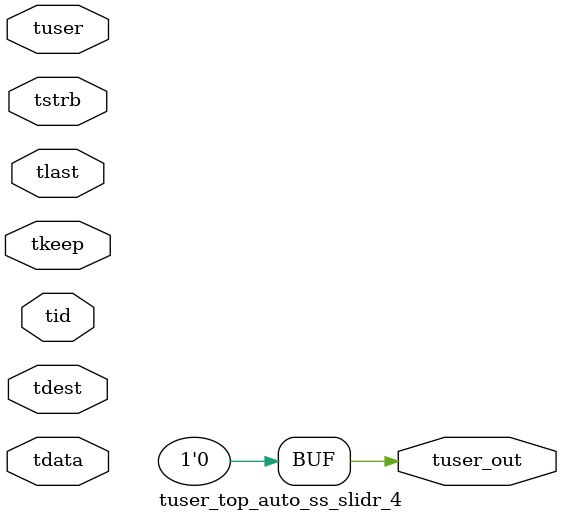
<source format=v>


`timescale 1ps/1ps

module tuser_top_auto_ss_slidr_4 #
(
parameter C_S_AXIS_TUSER_WIDTH = 1,
parameter C_S_AXIS_TDATA_WIDTH = 32,
parameter C_S_AXIS_TID_WIDTH   = 0,
parameter C_S_AXIS_TDEST_WIDTH = 0,
parameter C_M_AXIS_TUSER_WIDTH = 1
)
(
input  [(C_S_AXIS_TUSER_WIDTH == 0 ? 1 : C_S_AXIS_TUSER_WIDTH)-1:0     ] tuser,
input  [(C_S_AXIS_TDATA_WIDTH == 0 ? 1 : C_S_AXIS_TDATA_WIDTH)-1:0     ] tdata,
input  [(C_S_AXIS_TID_WIDTH   == 0 ? 1 : C_S_AXIS_TID_WIDTH)-1:0       ] tid,
input  [(C_S_AXIS_TDEST_WIDTH == 0 ? 1 : C_S_AXIS_TDEST_WIDTH)-1:0     ] tdest,
input  [(C_S_AXIS_TDATA_WIDTH/8)-1:0 ] tkeep,
input  [(C_S_AXIS_TDATA_WIDTH/8)-1:0 ] tstrb,
input                                                                    tlast,
output [C_M_AXIS_TUSER_WIDTH-1:0] tuser_out
);

assign tuser_out = {1'b0};

endmodule


</source>
